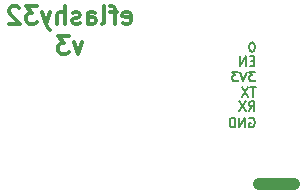
<source format=gbr>
G04 #@! TF.GenerationSoftware,KiCad,Pcbnew,(5.1.6)-1*
G04 #@! TF.CreationDate,2020-07-22T21:17:35-04:00*
G04 #@! TF.ProjectId,eflashy32,65666c61-7368-4793-9332-2e6b69636164,rev?*
G04 #@! TF.SameCoordinates,Original*
G04 #@! TF.FileFunction,Legend,Bot*
G04 #@! TF.FilePolarity,Positive*
%FSLAX46Y46*%
G04 Gerber Fmt 4.6, Leading zero omitted, Abs format (unit mm)*
G04 Created by KiCad (PCBNEW (5.1.6)-1) date 2020-07-22 21:17:35*
%MOMM*%
%LPD*%
G01*
G04 APERTURE LIST*
%ADD10C,1.000000*%
%ADD11C,0.300000*%
%ADD12C,0.153000*%
G04 APERTURE END LIST*
D10*
X126155000Y-47480000D02*
X123155000Y-47480000D01*
D11*
X111655000Y-33812142D02*
X111797857Y-33883571D01*
X112083571Y-33883571D01*
X112226428Y-33812142D01*
X112297857Y-33669285D01*
X112297857Y-33097857D01*
X112226428Y-32955000D01*
X112083571Y-32883571D01*
X111797857Y-32883571D01*
X111655000Y-32955000D01*
X111583571Y-33097857D01*
X111583571Y-33240714D01*
X112297857Y-33383571D01*
X111155000Y-32883571D02*
X110583571Y-32883571D01*
X110940714Y-33883571D02*
X110940714Y-32597857D01*
X110869285Y-32455000D01*
X110726428Y-32383571D01*
X110583571Y-32383571D01*
X109869285Y-33883571D02*
X110012142Y-33812142D01*
X110083571Y-33669285D01*
X110083571Y-32383571D01*
X108655000Y-33883571D02*
X108655000Y-33097857D01*
X108726428Y-32955000D01*
X108869285Y-32883571D01*
X109155000Y-32883571D01*
X109297857Y-32955000D01*
X108655000Y-33812142D02*
X108797857Y-33883571D01*
X109155000Y-33883571D01*
X109297857Y-33812142D01*
X109369285Y-33669285D01*
X109369285Y-33526428D01*
X109297857Y-33383571D01*
X109155000Y-33312142D01*
X108797857Y-33312142D01*
X108655000Y-33240714D01*
X108012142Y-33812142D02*
X107869285Y-33883571D01*
X107583571Y-33883571D01*
X107440714Y-33812142D01*
X107369285Y-33669285D01*
X107369285Y-33597857D01*
X107440714Y-33455000D01*
X107583571Y-33383571D01*
X107797857Y-33383571D01*
X107940714Y-33312142D01*
X108012142Y-33169285D01*
X108012142Y-33097857D01*
X107940714Y-32955000D01*
X107797857Y-32883571D01*
X107583571Y-32883571D01*
X107440714Y-32955000D01*
X106726428Y-33883571D02*
X106726428Y-32383571D01*
X106083571Y-33883571D02*
X106083571Y-33097857D01*
X106155000Y-32955000D01*
X106297857Y-32883571D01*
X106512142Y-32883571D01*
X106655000Y-32955000D01*
X106726428Y-33026428D01*
X105512142Y-32883571D02*
X105155000Y-33883571D01*
X104797857Y-32883571D02*
X105155000Y-33883571D01*
X105297857Y-34240714D01*
X105369285Y-34312142D01*
X105512142Y-34383571D01*
X104369285Y-32383571D02*
X103440714Y-32383571D01*
X103940714Y-32955000D01*
X103726428Y-32955000D01*
X103583571Y-33026428D01*
X103512142Y-33097857D01*
X103440714Y-33240714D01*
X103440714Y-33597857D01*
X103512142Y-33740714D01*
X103583571Y-33812142D01*
X103726428Y-33883571D01*
X104155000Y-33883571D01*
X104297857Y-33812142D01*
X104369285Y-33740714D01*
X102869285Y-32526428D02*
X102797857Y-32455000D01*
X102655000Y-32383571D01*
X102297857Y-32383571D01*
X102155000Y-32455000D01*
X102083571Y-32526428D01*
X102012142Y-32669285D01*
X102012142Y-32812142D01*
X102083571Y-33026428D01*
X102940714Y-33883571D01*
X102012142Y-33883571D01*
X108226428Y-35433571D02*
X107869285Y-36433571D01*
X107512142Y-35433571D01*
X107083571Y-34933571D02*
X106155000Y-34933571D01*
X106655000Y-35505000D01*
X106440714Y-35505000D01*
X106297857Y-35576428D01*
X106226428Y-35647857D01*
X106155000Y-35790714D01*
X106155000Y-36147857D01*
X106226428Y-36290714D01*
X106297857Y-36362142D01*
X106440714Y-36433571D01*
X106869285Y-36433571D01*
X107012142Y-36362142D01*
X107083571Y-36290714D01*
D12*
X122616904Y-35441904D02*
X122540713Y-35441904D01*
X122464523Y-35480000D01*
X122426428Y-35518095D01*
X122388332Y-35594285D01*
X122350237Y-35746666D01*
X122350237Y-35937142D01*
X122388332Y-36089523D01*
X122426428Y-36165714D01*
X122464523Y-36203809D01*
X122540713Y-36241904D01*
X122616904Y-36241904D01*
X122693094Y-36203809D01*
X122731189Y-36165714D01*
X122769285Y-36089523D01*
X122807380Y-35937142D01*
X122807380Y-35746666D01*
X122769285Y-35594285D01*
X122731189Y-35518095D01*
X122693094Y-35480000D01*
X122616904Y-35441904D01*
X122769285Y-37022857D02*
X122502618Y-37022857D01*
X122388332Y-37441904D02*
X122769285Y-37441904D01*
X122769285Y-36641904D01*
X122388332Y-36641904D01*
X122045475Y-37441904D02*
X122045475Y-36641904D01*
X121588332Y-37441904D01*
X121588332Y-36641904D01*
X122845476Y-37941904D02*
X122350238Y-37941904D01*
X122616904Y-38246666D01*
X122502619Y-38246666D01*
X122426428Y-38284761D01*
X122388333Y-38322857D01*
X122350238Y-38399047D01*
X122350238Y-38589523D01*
X122388333Y-38665714D01*
X122426428Y-38703809D01*
X122502619Y-38741904D01*
X122731190Y-38741904D01*
X122807380Y-38703809D01*
X122845476Y-38665714D01*
X122121666Y-37941904D02*
X121855000Y-38741904D01*
X121588333Y-37941904D01*
X121397857Y-37941904D02*
X120902619Y-37941904D01*
X121169285Y-38246666D01*
X121055000Y-38246666D01*
X120978809Y-38284761D01*
X120940714Y-38322857D01*
X120902619Y-38399047D01*
X120902619Y-38589523D01*
X120940714Y-38665714D01*
X120978809Y-38703809D01*
X121055000Y-38741904D01*
X121283571Y-38741904D01*
X121359761Y-38703809D01*
X121397857Y-38665714D01*
X122350237Y-41880000D02*
X122426428Y-41841904D01*
X122540714Y-41841904D01*
X122654999Y-41880000D01*
X122731190Y-41956190D01*
X122769285Y-42032380D01*
X122807380Y-42184761D01*
X122807380Y-42299047D01*
X122769285Y-42451428D01*
X122731190Y-42527619D01*
X122654999Y-42603809D01*
X122540714Y-42641904D01*
X122464523Y-42641904D01*
X122350237Y-42603809D01*
X122312142Y-42565714D01*
X122312142Y-42299047D01*
X122464523Y-42299047D01*
X121969285Y-42641904D02*
X121969285Y-41841904D01*
X121512142Y-42641904D01*
X121512142Y-41841904D01*
X121131190Y-42641904D02*
X121131190Y-41841904D01*
X120940714Y-41841904D01*
X120826428Y-41880000D01*
X120750237Y-41956190D01*
X120712142Y-42032380D01*
X120674047Y-42184761D01*
X120674047Y-42299047D01*
X120712142Y-42451428D01*
X120750237Y-42527619D01*
X120826428Y-42603809D01*
X120940714Y-42641904D01*
X121131190Y-42641904D01*
X122312142Y-41241904D02*
X122578809Y-40860952D01*
X122769285Y-41241904D02*
X122769285Y-40441904D01*
X122464523Y-40441904D01*
X122388332Y-40480000D01*
X122350237Y-40518095D01*
X122312142Y-40594285D01*
X122312142Y-40708571D01*
X122350237Y-40784761D01*
X122388332Y-40822857D01*
X122464523Y-40860952D01*
X122769285Y-40860952D01*
X122045475Y-40441904D02*
X121512142Y-41241904D01*
X121512142Y-40441904D02*
X122045475Y-41241904D01*
X122883570Y-39241904D02*
X122426427Y-39241904D01*
X122654999Y-40041904D02*
X122654999Y-39241904D01*
X122235951Y-39241904D02*
X121702618Y-40041904D01*
X121702618Y-39241904D02*
X122235951Y-40041904D01*
M02*

</source>
